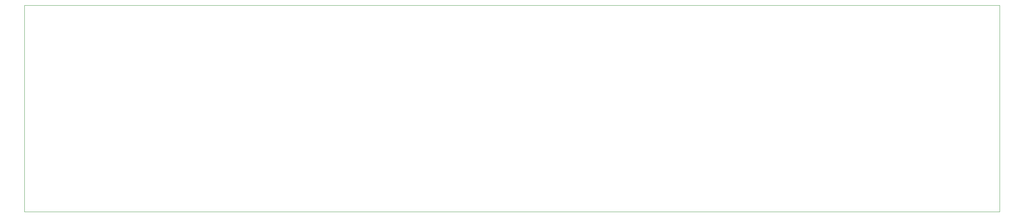
<source format=gbr>
%TF.GenerationSoftware,KiCad,Pcbnew,9.0.3*%
%TF.CreationDate,2025-09-10T19:31:48+02:00*%
%TF.ProjectId,Hauptwerk_Project,48617570-7477-4657-926b-5f50726f6a65,1.0.0*%
%TF.SameCoordinates,Original*%
%TF.FileFunction,Profile,NP*%
%FSLAX46Y46*%
G04 Gerber Fmt 4.6, Leading zero omitted, Abs format (unit mm)*
G04 Created by KiCad (PCBNEW 9.0.3) date 2025-09-10 19:31:48*
%MOMM*%
%LPD*%
G01*
G04 APERTURE LIST*
%TA.AperFunction,Profile*%
%ADD10C,0.050000*%
%TD*%
G04 APERTURE END LIST*
D10*
X30480000Y-105410000D02*
X30480000Y-55880000D01*
X264160000Y-105410000D02*
X30480000Y-105410000D01*
X30480000Y-55880000D02*
X264160000Y-55880000D01*
X264160000Y-55880000D02*
X264160000Y-105410000D01*
M02*

</source>
